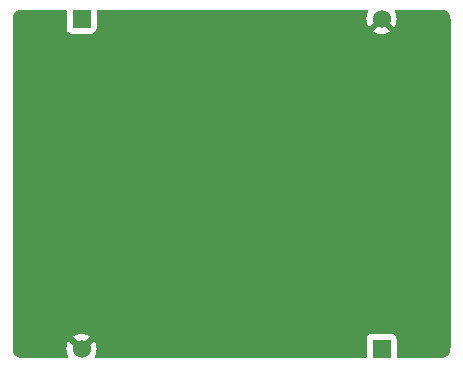
<source format=gbr>
%TF.GenerationSoftware,KiCad,Pcbnew,(6.0.2)*%
%TF.CreationDate,2022-05-23T22:39:05-07:00*%
%TF.ProjectId,Compaq_Portable_III_Battery,436f6d70-6171-45f5-906f-727461626c65,rev?*%
%TF.SameCoordinates,Original*%
%TF.FileFunction,Copper,L2,Bot*%
%TF.FilePolarity,Positive*%
%FSLAX46Y46*%
G04 Gerber Fmt 4.6, Leading zero omitted, Abs format (unit mm)*
G04 Created by KiCad (PCBNEW (6.0.2)) date 2022-05-23 22:39:05*
%MOMM*%
%LPD*%
G01*
G04 APERTURE LIST*
%TA.AperFunction,ComponentPad*%
%ADD10C,1.524000*%
%TD*%
%TA.AperFunction,ComponentPad*%
%ADD11R,1.524000X1.524000*%
%TD*%
%TA.AperFunction,ViaPad*%
%ADD12C,0.800000*%
%TD*%
%TA.AperFunction,Conductor*%
%ADD13C,0.250000*%
%TD*%
G04 APERTURE END LIST*
D10*
%TO.P,J2,1,Pin_1*%
%TO.N,GND*%
X133350000Y-77470000D03*
%TD*%
D11*
%TO.P,J1,1,Pin_1*%
%TO.N,VMEM*%
X107950000Y-77470000D03*
%TD*%
%TO.P,J4,1,Pin_1*%
%TO.N,VMEM*%
X133350000Y-105410000D03*
%TD*%
D10*
%TO.P,J3,1,Pin_1*%
%TO.N,GND*%
X107950000Y-105410000D03*
%TD*%
D12*
%TO.N,GND*%
X115570000Y-100330000D03*
X113030000Y-97790000D03*
X113030000Y-100330000D03*
X115570000Y-97790000D03*
%TD*%
D13*
%TO.N,GND*%
X115570000Y-97790000D02*
X115570000Y-100330000D01*
X107950000Y-105410000D02*
X113030000Y-100330000D01*
%TD*%
%TA.AperFunction,Conductor*%
%TO.N,GND*%
G36*
X106621621Y-76728002D02*
G01*
X106668114Y-76781658D01*
X106679500Y-76834000D01*
X106679500Y-78280134D01*
X106686255Y-78342316D01*
X106737385Y-78478705D01*
X106824739Y-78595261D01*
X106941295Y-78682615D01*
X107077684Y-78733745D01*
X107139866Y-78740500D01*
X108760134Y-78740500D01*
X108822316Y-78733745D01*
X108958705Y-78682615D01*
X109075261Y-78595261D01*
X109125088Y-78528777D01*
X132655777Y-78528777D01*
X132665074Y-78540793D01*
X132708069Y-78570898D01*
X132717555Y-78576376D01*
X132908993Y-78665645D01*
X132919285Y-78669391D01*
X133123309Y-78724059D01*
X133134104Y-78725962D01*
X133344525Y-78744372D01*
X133355475Y-78744372D01*
X133565896Y-78725962D01*
X133576691Y-78724059D01*
X133780715Y-78669391D01*
X133791007Y-78665645D01*
X133982445Y-78576376D01*
X133991931Y-78570898D01*
X134035764Y-78540207D01*
X134044139Y-78529729D01*
X134037071Y-78516281D01*
X133362812Y-77842022D01*
X133348868Y-77834408D01*
X133347035Y-77834539D01*
X133340420Y-77838790D01*
X132662207Y-78517003D01*
X132655777Y-78528777D01*
X109125088Y-78528777D01*
X109162615Y-78478705D01*
X109213745Y-78342316D01*
X109220500Y-78280134D01*
X109220500Y-76834000D01*
X109240502Y-76765879D01*
X109294158Y-76719386D01*
X109346500Y-76708000D01*
X132106256Y-76708000D01*
X132174377Y-76728002D01*
X132220870Y-76781658D01*
X132230974Y-76851932D01*
X132220451Y-76887250D01*
X132154355Y-77028993D01*
X132150609Y-77039285D01*
X132095941Y-77243309D01*
X132094038Y-77254104D01*
X132075628Y-77464525D01*
X132075628Y-77475475D01*
X132094038Y-77685896D01*
X132095941Y-77696691D01*
X132150609Y-77900715D01*
X132154355Y-77911007D01*
X132243623Y-78102441D01*
X132249103Y-78111932D01*
X132279794Y-78155765D01*
X132290271Y-78164140D01*
X132303718Y-78157072D01*
X133260905Y-77199885D01*
X133323217Y-77165859D01*
X133394032Y-77170924D01*
X133439095Y-77199885D01*
X134397003Y-78157793D01*
X134408777Y-78164223D01*
X134420793Y-78154926D01*
X134450897Y-78111932D01*
X134456377Y-78102441D01*
X134545645Y-77911007D01*
X134549391Y-77900715D01*
X134604059Y-77696691D01*
X134605962Y-77685896D01*
X134624372Y-77475475D01*
X134624372Y-77464525D01*
X134605962Y-77254104D01*
X134604059Y-77243309D01*
X134549391Y-77039285D01*
X134545645Y-77028993D01*
X134479549Y-76887250D01*
X134468888Y-76817058D01*
X134497868Y-76752246D01*
X134557288Y-76713389D01*
X134593744Y-76708000D01*
X138380672Y-76708000D01*
X138400057Y-76709500D01*
X138414858Y-76711805D01*
X138414861Y-76711805D01*
X138423730Y-76713186D01*
X138434728Y-76711748D01*
X138463411Y-76711291D01*
X138566307Y-76721425D01*
X138590531Y-76726244D01*
X138709733Y-76762404D01*
X138732553Y-76771856D01*
X138842400Y-76830570D01*
X138862938Y-76844293D01*
X138959223Y-76923312D01*
X138976688Y-76940777D01*
X139055707Y-77037062D01*
X139069430Y-77057600D01*
X139128144Y-77167447D01*
X139137596Y-77190267D01*
X139173756Y-77309469D01*
X139178575Y-77333695D01*
X139188044Y-77429834D01*
X139187592Y-77445876D01*
X139188305Y-77445885D01*
X139188195Y-77454858D01*
X139186814Y-77463730D01*
X139187978Y-77472632D01*
X139187978Y-77472635D01*
X139190936Y-77495251D01*
X139192000Y-77511589D01*
X139192000Y-105360672D01*
X139190500Y-105380056D01*
X139186814Y-105403730D01*
X139188252Y-105414728D01*
X139188709Y-105443412D01*
X139178575Y-105546305D01*
X139173756Y-105570531D01*
X139137596Y-105689733D01*
X139128144Y-105712553D01*
X139069430Y-105822400D01*
X139055707Y-105842938D01*
X138976688Y-105939223D01*
X138959223Y-105956688D01*
X138862938Y-106035707D01*
X138842400Y-106049430D01*
X138732553Y-106108144D01*
X138709733Y-106117596D01*
X138590531Y-106153756D01*
X138566307Y-106158575D01*
X138470163Y-106168044D01*
X138454124Y-106167592D01*
X138454115Y-106168305D01*
X138445142Y-106168195D01*
X138436270Y-106166814D01*
X138427368Y-106167978D01*
X138427365Y-106167978D01*
X138404749Y-106170936D01*
X138388411Y-106172000D01*
X134746500Y-106172000D01*
X134678379Y-106151998D01*
X134631886Y-106098342D01*
X134620500Y-106046000D01*
X134620500Y-104599866D01*
X134613745Y-104537684D01*
X134562615Y-104401295D01*
X134475261Y-104284739D01*
X134358705Y-104197385D01*
X134222316Y-104146255D01*
X134160134Y-104139500D01*
X132539866Y-104139500D01*
X132477684Y-104146255D01*
X132341295Y-104197385D01*
X132224739Y-104284739D01*
X132137385Y-104401295D01*
X132086255Y-104537684D01*
X132079500Y-104599866D01*
X132079500Y-106046000D01*
X132059498Y-106114121D01*
X132005842Y-106160614D01*
X131953500Y-106172000D01*
X109193744Y-106172000D01*
X109125623Y-106151998D01*
X109079130Y-106098342D01*
X109069026Y-106028068D01*
X109079549Y-105992750D01*
X109145645Y-105851007D01*
X109149391Y-105840715D01*
X109204059Y-105636691D01*
X109205962Y-105625896D01*
X109224372Y-105415475D01*
X109224372Y-105404525D01*
X109205962Y-105194104D01*
X109204059Y-105183309D01*
X109149391Y-104979285D01*
X109145645Y-104968993D01*
X109056377Y-104777559D01*
X109050897Y-104768068D01*
X109020206Y-104724235D01*
X109009729Y-104715860D01*
X108996282Y-104722928D01*
X108039095Y-105680115D01*
X107976783Y-105714141D01*
X107905968Y-105709076D01*
X107860905Y-105680115D01*
X106902997Y-104722207D01*
X106891223Y-104715777D01*
X106879207Y-104725074D01*
X106849103Y-104768068D01*
X106843623Y-104777559D01*
X106754355Y-104968993D01*
X106750609Y-104979285D01*
X106695941Y-105183309D01*
X106694038Y-105194104D01*
X106675628Y-105404525D01*
X106675628Y-105415475D01*
X106694038Y-105625896D01*
X106695941Y-105636691D01*
X106750609Y-105840715D01*
X106754355Y-105851007D01*
X106820451Y-105992750D01*
X106831112Y-106062942D01*
X106802132Y-106127754D01*
X106742712Y-106166611D01*
X106706256Y-106172000D01*
X102919328Y-106172000D01*
X102899943Y-106170500D01*
X102885142Y-106168195D01*
X102885139Y-106168195D01*
X102876270Y-106166814D01*
X102865272Y-106168252D01*
X102836589Y-106168709D01*
X102733693Y-106158575D01*
X102709469Y-106153756D01*
X102590267Y-106117596D01*
X102567447Y-106108144D01*
X102457600Y-106049430D01*
X102437062Y-106035707D01*
X102340777Y-105956688D01*
X102323312Y-105939223D01*
X102244293Y-105842938D01*
X102230570Y-105822400D01*
X102171856Y-105712553D01*
X102162404Y-105689733D01*
X102126244Y-105570531D01*
X102121425Y-105546305D01*
X102111956Y-105450166D01*
X102112408Y-105434124D01*
X102111695Y-105434115D01*
X102111805Y-105425142D01*
X102113186Y-105416270D01*
X102111651Y-105404525D01*
X102109064Y-105384749D01*
X102108000Y-105368411D01*
X102108000Y-104350271D01*
X107255860Y-104350271D01*
X107262928Y-104363718D01*
X107937188Y-105037978D01*
X107951132Y-105045592D01*
X107952965Y-105045461D01*
X107959580Y-105041210D01*
X108637793Y-104362997D01*
X108644223Y-104351223D01*
X108634926Y-104339207D01*
X108591931Y-104309102D01*
X108582445Y-104303624D01*
X108391007Y-104214355D01*
X108380715Y-104210609D01*
X108176691Y-104155941D01*
X108165896Y-104154038D01*
X107955475Y-104135628D01*
X107944525Y-104135628D01*
X107734104Y-104154038D01*
X107723309Y-104155941D01*
X107519285Y-104210609D01*
X107508993Y-104214355D01*
X107317559Y-104303623D01*
X107308068Y-104309103D01*
X107264235Y-104339794D01*
X107255860Y-104350271D01*
X102108000Y-104350271D01*
X102108000Y-77519328D01*
X102109500Y-77499943D01*
X102111805Y-77485142D01*
X102111805Y-77485139D01*
X102113186Y-77476270D01*
X102111748Y-77465272D01*
X102111291Y-77436588D01*
X102121425Y-77333695D01*
X102126244Y-77309469D01*
X102162404Y-77190267D01*
X102171856Y-77167447D01*
X102230570Y-77057600D01*
X102244293Y-77037062D01*
X102323312Y-76940777D01*
X102340777Y-76923312D01*
X102437062Y-76844293D01*
X102457600Y-76830570D01*
X102567447Y-76771856D01*
X102590267Y-76762404D01*
X102709469Y-76726244D01*
X102733693Y-76721425D01*
X102829837Y-76711956D01*
X102845876Y-76712408D01*
X102845885Y-76711695D01*
X102854858Y-76711805D01*
X102863730Y-76713186D01*
X102872632Y-76712022D01*
X102872635Y-76712022D01*
X102895251Y-76709064D01*
X102911589Y-76708000D01*
X106553500Y-76708000D01*
X106621621Y-76728002D01*
G37*
%TD.AperFunction*%
%TD*%
M02*

</source>
